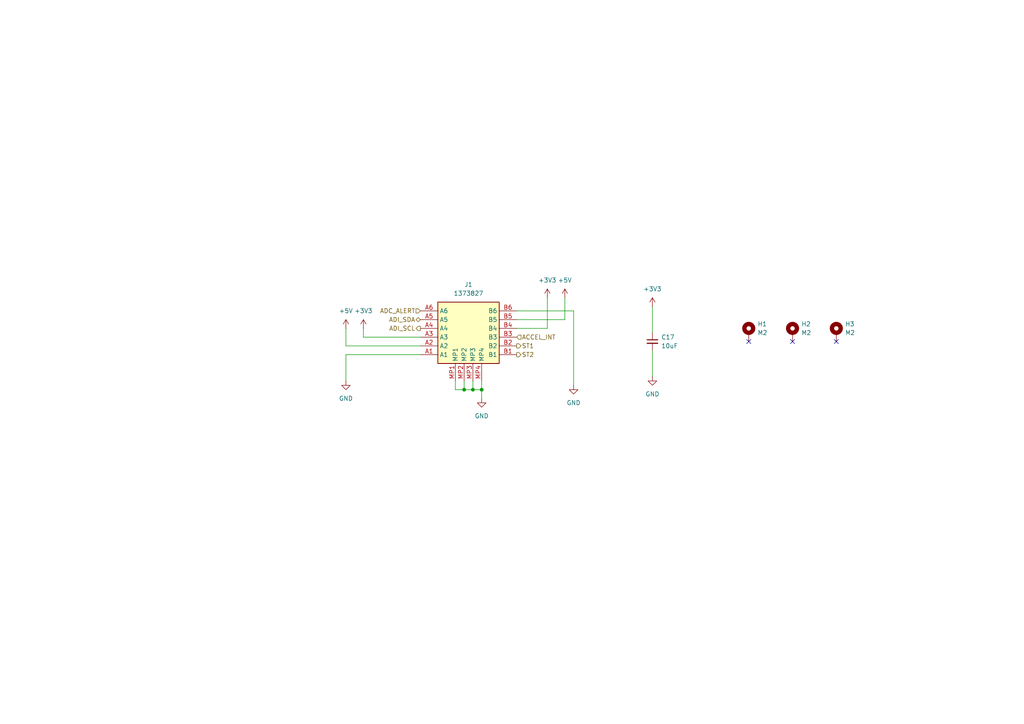
<source format=kicad_sch>
(kicad_sch (version 20250114) (generator "eeschema") (generator_version "9.0")
  (paper "A4")
  (lib_symbols
    (symbol "Device:C_Small" (pin_numbers (hide yes)) (pin_names (offset 0.254) (hide yes))
      (property "Reference" "C" (at 0.254 1.778 0))
      (property "Value" "C_Small" (at 0.254 -2.032 0))
      (symbol "C_Small_0_1"
        (polyline (pts (xy -1.524 0.508) (xy 1.524 0.508)) (stroke (width 0.3048)))
        (polyline (pts (xy -1.524 -0.508) (xy 1.524 -0.508)) (stroke (width 0.3302)))
      )
      (symbol "C_Small_1_1"
        (pin passive line (at 0 2.54 270) (length 2.032) (name "~") (number "1"))
        (pin passive line (at 0 -2.54 90) (length 2.032) (name "~") (number "2"))
      )
    )
    (symbol "Mechanical:MountingHole_Pad" (pin_numbers (hide yes)) (pin_names (offset 1.016) (hide yes)) (in_bom no)
      (property "Reference" "H" (at 0 6.35 0))
      (property "Value" "MountingHole_Pad" (at 0 4.445 0))
      (symbol "MountingHole_Pad_0_1"
        (circle (center 0 1.27) (radius 1.27) (stroke (width 1.27)))
      )
      (symbol "MountingHole_Pad_1_1"
        (pin input line (at 0 -2.54 90) (length 2.54) (name "1") (number "1"))
      )
    )
    (symbol "canardboard:1373827"
      (property "Reference" "J" (at 0 13.716 0))
      (property "Value" "1373827" (at 0 11.176 0))
      (symbol "1373827_1_1"
        (rectangle (start -8.89 -8.89) (end 8.89 8.89) (stroke (width 0.254)) (fill (type background)))
        (pin passive line (at -13.97 6.35 0) (length 5.08) (name "A6") (number "A6"))
        (pin passive line (at -13.97 3.81 0) (length 5.08) (name "A5") (number "A5"))
        (pin passive line (at -13.97 1.27 0) (length 5.08) (name "A4") (number "A4"))
        (pin passive line (at -13.97 -1.27 0) (length 5.08) (name "A3") (number "A3"))
        (pin passive line (at -13.97 -3.81 0) (length 5.08) (name "A2") (number "A2"))
        (pin passive line (at -13.97 -6.35 0) (length 5.08) (name "A1") (number "A1"))
        (pin passive line (at -3.81 -13.97 90) (length 5.08) (name "MP1") (number "MP1"))
        (pin passive line (at -1.27 -13.97 90) (length 5.08) (name "MP2") (number "MP2"))
        (pin passive line (at 1.27 -13.97 90) (length 5.08) (name "MP3") (number "MP3"))
        (pin passive line (at 3.81 -13.97 90) (length 5.08) (name "MP4") (number "MP4"))
        (pin passive line (at 13.97 6.35 180) (length 5.08) (name "B6") (number "B6"))
        (pin passive line (at 13.97 3.81 180) (length 5.08) (name "B5") (number "B5"))
        (pin passive line (at 13.97 1.27 180) (length 5.08) (name "B4") (number "B4"))
        (pin passive line (at 13.97 -1.27 180) (length 5.08) (name "B3") (number "B3"))
        (pin passive line (at 13.97 -3.81 180) (length 5.08) (name "B2") (number "B2"))
        (pin passive line (at 13.97 -6.35 180) (length 5.08) (name "B1") (number "B1"))
      )
    )
    (symbol "power:+3V3" (power) (pin_numbers (hide yes)) (pin_names (offset 0) (hide yes))
      (property "Value" "+3V3" (at 0 3.556 0))
      (symbol "+3V3_0_1"
        (polyline (pts (xy -0.762 1.27) (xy 0 2.54)))
        (polyline (pts (xy 0 2.54) (xy 0.762 1.27)))
        (polyline (pts (xy 0 0) (xy 0 2.54)))
      )
      (symbol "+3V3_1_1"
        (pin power_in line (at 0 0 90) (length 0) (name "~") (number "1"))
      )
    )
    (symbol "power:+5V" (power) (pin_numbers (hide yes)) (pin_names (offset 0) (hide yes))
      (property "Value" "+5V" (at 0 3.556 0))
      (symbol "+5V_0_1"
        (polyline (pts (xy -0.762 1.27) (xy 0 2.54)))
        (polyline (pts (xy 0 2.54) (xy 0.762 1.27)))
        (polyline (pts (xy 0 0) (xy 0 2.54)))
      )
      (symbol "+5V_1_1"
        (pin power_in line (at 0 0 90) (length 0) (name "~") (number "1"))
      )
    )
    (symbol "power:GND" (power) (pin_numbers (hide yes)) (pin_names (offset 0) (hide yes))
      (property "Value" "GND" (at 0 -3.81 0))
      (symbol "GND_0_1"
        (polyline (pts (xy 0 0) (xy 0 -1.27) (xy 1.27 -1.27) (xy 0 -2.54) (xy -1.27 -1.27) (xy 0 -1.27)))
      )
      (symbol "GND_1_1"
        (pin power_in line (at 0 0 270) (length 0) (name "~") (number "1"))
      )
    )
  )
  (junction (at 137.16 113.03))
  (junction (at 139.7 113.03))
  (junction (at 134.62 113.03))
  (no_connect (at 217.17 99.06))
  (no_connect (at 242.57 99.06))
  (no_connect (at 229.87 99.06))
  (wire (pts (xy 149.86 90.17) (xy 166.37 90.17)))
  (wire (pts (xy 158.75 86.36) (xy 158.75 95.25)))
  (wire (pts (xy 105.41 95.25) (xy 105.41 97.79)))
  (wire (pts (xy 139.7 113.03) (xy 139.7 110.49)))
  (wire (pts (xy 189.23 88.9) (xy 189.23 96.52)))
  (wire (pts (xy 166.37 90.17) (xy 166.37 111.76)))
  (wire (pts (xy 121.92 102.87) (xy 100.33 102.87)))
  (wire (pts (xy 100.33 95.25) (xy 100.33 100.33)))
  (wire (pts (xy 121.92 100.33) (xy 100.33 100.33)))
  (wire (pts (xy 149.86 92.71) (xy 163.83 92.71)))
  (wire (pts (xy 139.7 113.03) (xy 139.7 115.57)))
  (wire (pts (xy 189.23 101.6) (xy 189.23 109.22)))
  (wire (pts (xy 100.33 102.87) (xy 100.33 110.49)))
  (wire (pts (xy 137.16 110.49) (xy 137.16 113.03)))
  (wire (pts (xy 137.16 113.03) (xy 139.7 113.03)))
  (wire (pts (xy 132.08 110.49) (xy 132.08 113.03)))
  (wire (pts (xy 121.92 97.79) (xy 105.41 97.79)))
  (wire (pts (xy 149.86 95.25) (xy 158.75 95.25)))
  (wire (pts (xy 134.62 113.03) (xy 137.16 113.03)))
  (wire (pts (xy 134.62 110.49) (xy 134.62 113.03)))
  (wire (pts (xy 163.83 86.36) (xy 163.83 92.71)))
  (wire (pts (xy 132.08 113.03) (xy 134.62 113.03)))
  (hierarchical_label "ADC_ALERT" (shape input) (at 121.92 90.17 180))
  (hierarchical_label "ADI_SDA" (shape bidirectional) (at 121.92 92.71 180))
  (hierarchical_label "ADI_SCL" (shape output) (at 121.92 95.25 180))
  (hierarchical_label "ST1" (shape output) (at 149.86 100.33 0))
  (hierarchical_label "ACCEL_INT" (shape input) (at 149.86 97.79 0))
  (hierarchical_label "ST2" (shape output) (at 149.86 102.87 0))
  (symbol (lib_id "power:+3V3") (at 189.23 88.9 0) (unit 1)
    (property "Reference" "#PWR036" (effects (hide yes)))
    (property "Value" "+3V3" (at 189.23 83.82 0))
    (property "Description" "Power symbol creates a global label with name \"+3V3\"" (effects (hide yes)))
  )
  (symbol (lib_id "Device:C_Small") (at 189.23 99.06 0) (unit 1)
    (property "Reference" "C17" (at 191.77 97.7962 0) (effects (justify left)))
    (property "Value" "10uF" (at 191.77 100.3362 0) (effects (justify left)))
    (property "Footprint" "Capacitor_SMD:C_0805_2012Metric" (effects (hide yes)))
    (property "Description" "Unpolarized capacitor, small symbol" (effects (hide yes)))
  )
  (symbol (lib_id "power:GND") (at 166.37 111.76 0) (unit 1)
    (property "Reference" "#PWR035" (effects (hide yes)))
    (property "Value" "GND" (at 166.37 116.84 0))
    (property "Description" "Power symbol creates a global label with name \"GND\" , ground" (effects (hide yes)))
  )
  (symbol (lib_id "power:GND") (at 100.33 110.49 0) (unit 1)
    (property "Reference" "#PWR030" (effects (hide yes)))
    (property "Value" "GND" (at 100.33 115.57 0))
    (property "Description" "Power symbol creates a global label with name \"GND\" , ground" (effects (hide yes)))
  )
  (symbol (lib_id "power:+3V3") (at 105.41 95.25 0) (unit 1)
    (property "Reference" "#PWR031" (effects (hide yes)))
    (property "Value" "+3V3" (at 105.41 90.17 0))
    (property "Description" "Power symbol creates a global label with name \"+3V3\"" (effects (hide yes)))
  )
  (symbol (lib_id "power:+5V") (at 100.33 95.25 0) (unit 1)
    (property "Reference" "#PWR029" (effects (hide yes)))
    (property "Value" "+5V" (at 100.33 90.17 0))
    (property "Description" "Power symbol creates a global label with name \"+5V\"" (effects (hide yes)))
  )
  (symbol (lib_id "Mechanical:MountingHole_Pad") (at 229.87 96.52 0) (unit 1) (in_bom no)
    (property "Reference" "H2" (at 232.41 93.9799 0) (effects (justify left)))
    (property "Value" "M2" (at 232.41 96.5199 0) (effects (justify left)))
    (property "Footprint" "MountingHole:MountingHole_2.2mm_M2_Pad" (effects (hide yes)))
    (property "Description" "Mounting Hole with connection" (effects (hide yes)))
  )
  (symbol (lib_id "power:+5V") (at 163.83 86.36 0) (unit 1)
    (property "Reference" "#PWR034" (effects (hide yes)))
    (property "Value" "+5V" (at 163.83 81.28 0))
    (property "Description" "Power symbol creates a global label with name \"+5V\"" (effects (hide yes)))
  )
  (symbol (lib_id "power:GND") (at 189.23 109.22 0) (unit 1)
    (property "Reference" "#PWR037" (effects (hide yes)))
    (property "Value" "GND" (at 189.23 114.3 0))
    (property "Description" "Power symbol creates a global label with name \"GND\" , ground" (effects (hide yes)))
  )
  (symbol (lib_id "canardboard:1373827") (at 135.89 96.52 0) (unit 1)
    (property "Reference" "J1" (at 135.89 82.55 0))
    (property "Value" "1373827" (at 135.89 85.09 0))
    (property "Footprint" "canardboard:1373827" (effects (hide yes)))
    (property "Datasheet" "http://www.phoenixcontact.com/gb/produkte/1373827" (effects (hide yes)))
    (property "Height" "6.75" (effects (hide yes)))
    (property "Mouser Part Number" "651-1373827" (effects (hide yes)))
    (property "Mouser Price/Stock" "https://www.mouser.co.uk/ProductDetail/Phoenix-Contact/1373827?qs=2SLPxufLcgAYju2yCk%252BsBg%3D%3D" (effects (hide yes)))
    (property "Manufacturer_Name" "Phoenix Contact" (effects (hide yes)))
    (property "Manufacturer_Part_Number" "1373827" (effects (hide yes)))
  )
  (symbol (lib_id "Mechanical:MountingHole_Pad") (at 217.17 96.52 0) (unit 1) (in_bom no)
    (property "Reference" "H1" (at 219.71 93.9799 0) (effects (justify left)))
    (property "Value" "M2" (at 219.71 96.5199 0) (effects (justify left)))
    (property "Footprint" "MountingHole:MountingHole_2.2mm_M2_Pad" (effects (hide yes)))
    (property "Description" "Mounting Hole with connection" (effects (hide yes)))
  )
  (symbol (lib_id "power:GND") (at 139.7 115.57 0) (unit 1)
    (property "Reference" "#PWR032" (effects (hide yes)))
    (property "Value" "GND" (at 139.7 120.65 0))
    (property "Description" "Power symbol creates a global label with name \"GND\" , ground" (effects (hide yes)))
  )
  (symbol (lib_id "power:+3V3") (at 158.75 86.36 0) (unit 1)
    (property "Reference" "#PWR033" (effects (hide yes)))
    (property "Value" "+3V3" (at 158.75 81.28 0))
    (property "Description" "Power symbol creates a global label with name \"+3V3\"" (effects (hide yes)))
  )
  (symbol (lib_id "Mechanical:MountingHole_Pad") (at 242.57 96.52 0) (unit 1) (in_bom no)
    (property "Reference" "H3" (at 245.11 93.9799 0) (effects (justify left)))
    (property "Value" "M2" (at 245.11 96.5199 0) (effects (justify left)))
    (property "Footprint" "MountingHole:MountingHole_2.2mm_M2_Pad" (effects (hide yes)))
    (property "Description" "Mounting Hole with connection" (effects (hide yes)))
  )
)
</source>
